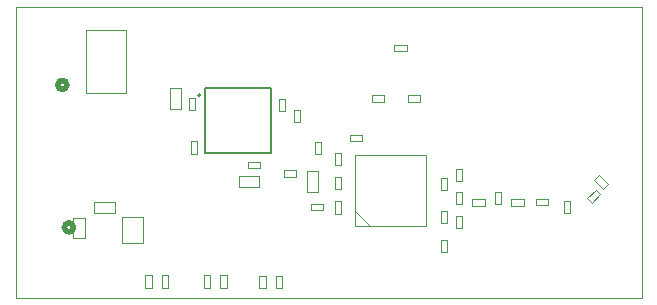
<source format=gbr>
%TF.GenerationSoftware,Altium Limited,Altium Designer,22.8.2 (66)*%
G04 Layer_Color=16711935*
%FSLAX45Y45*%
%MOMM*%
%TF.SameCoordinates,DE4C73A7-34E9-4613-BA68-141157798951*%
%TF.FilePolarity,Positive*%
%TF.FileFunction,Other,Mechanical_13*%
%TF.Part,Single*%
G01*
G75*
%TA.AperFunction,NonConductor*%
%ADD47C,0.50800*%
%ADD53C,0.20000*%
%ADD71C,0.10000*%
%ADD73C,0.02540*%
%ADD74C,0.12700*%
D47*
X3002620Y4349140D02*
G03*
X3002620Y4349140I-38100J0D01*
G01*
X3058160Y3143250D02*
G03*
X3058160Y3143250I-38100J0D01*
G01*
D53*
X4132725Y4262660D02*
G03*
X4132725Y4262660I-10000J0D01*
G01*
D71*
X5775523Y4636880D02*
X5878523D01*
X5775523Y4688880D02*
X5878523D01*
Y4636880D02*
Y4688880D01*
X5775523Y4636880D02*
Y4688880D01*
X4456560Y3483100D02*
X4631560D01*
X4456560Y3578100D02*
X4631560D01*
Y3483100D02*
Y3578100D01*
X4456560Y3483100D02*
Y3578100D01*
X5151720Y3766120D02*
Y3869120D01*
X5099720Y3766120D02*
Y3869120D01*
X5151720D01*
X5099720Y3766120D02*
X5151720D01*
X4839720Y3625180D02*
X4942720D01*
X4839720Y3573180D02*
X4942720D01*
X4839720D02*
Y3625180D01*
X4942720Y3573180D02*
Y3625180D01*
X5691300Y4206680D02*
Y4261680D01*
X5586300Y4206680D02*
Y4261680D01*
Y4206680D02*
X5691300D01*
X5586300Y4261680D02*
X5691300D01*
X5888560Y4206680D02*
Y4261680D01*
X5993560Y4206680D02*
Y4261680D01*
X5888560D02*
X5993560D01*
X5888560Y4206680D02*
X5993560D01*
X4828100Y2629740D02*
Y2734740D01*
X4773100Y2629740D02*
Y2734740D01*
X4828100D01*
X4773100Y2629740D02*
X4828100D01*
X6170100Y2934540D02*
X6225100D01*
X6170100Y3039540D02*
X6225100D01*
X6170100Y2934540D02*
Y3039540D01*
X6225100Y2934540D02*
Y3039540D01*
X6874900Y3325340D02*
Y3385340D01*
X6764900Y3325340D02*
Y3385340D01*
Y3325340D02*
X6874900D01*
X6764900Y3385340D02*
X6874900D01*
X6544700Y3325340D02*
Y3385340D01*
X6434700Y3325340D02*
Y3385340D01*
Y3325340D02*
X6544700D01*
X6434700Y3385340D02*
X6544700D01*
X4633400Y2629740D02*
X4688400D01*
X4633400Y2734740D02*
X4688400D01*
X4633400Y2629740D02*
Y2734740D01*
X4688400Y2629740D02*
Y2734740D01*
X5037580Y3617020D02*
X5132580D01*
X5037580Y3442020D02*
X5132580D01*
Y3617020D01*
X5037580Y3442020D02*
Y3617020D01*
X4973920Y4035360D02*
Y4138360D01*
X4921920Y4035360D02*
Y4138360D01*
X4973920D01*
X4921920Y4035360D02*
X4973920D01*
X4800000Y4126800D02*
Y4229800D01*
X4852000Y4126800D02*
Y4229800D01*
X4800000Y4126800D02*
X4852000D01*
X4800000Y4229800D02*
X4852000D01*
X4533200Y3644300D02*
X4636200D01*
X4533200Y3696300D02*
X4636200D01*
Y3644300D02*
Y3696300D01*
X4533200Y3644300D02*
Y3696300D01*
X5396800Y3875440D02*
X5499800D01*
X5396800Y3927440D02*
X5499800D01*
Y3875440D02*
Y3927440D01*
X5396800Y3875440D02*
Y3927440D01*
X6970700Y3381340D02*
X7073700D01*
X6970700Y3329340D02*
X7073700D01*
X6970700D02*
Y3381340D01*
X7073700Y3329340D02*
Y3381340D01*
X6628800Y3444940D02*
X6680800D01*
X6628800Y3341940D02*
X6680800D01*
Y3444940D01*
X6628800Y3341940D02*
Y3444940D01*
X6298600Y3445840D02*
X6350600D01*
X6298600Y3342840D02*
X6350600D01*
Y3445840D01*
X6298600Y3342840D02*
Y3445840D01*
Y3635440D02*
X6350600D01*
X6298600Y3532440D02*
X6350600D01*
Y3635440D01*
X6298600Y3532440D02*
Y3635440D01*
Y3138740D02*
Y3241740D01*
X6350600Y3138740D02*
Y3241740D01*
X6298600Y3138740D02*
X6350600D01*
X6298600Y3241740D02*
X6350600D01*
X6171600Y3559240D02*
X6223600D01*
X6171600Y3456240D02*
X6223600D01*
Y3559240D01*
X6171600Y3456240D02*
Y3559240D01*
Y3176840D02*
Y3279840D01*
X6223600Y3176840D02*
Y3279840D01*
X6171600Y3176840D02*
X6223600D01*
X6171600Y3279840D02*
X6223600D01*
X5269900Y3259840D02*
X5321900D01*
X5269900Y3362840D02*
X5321900D01*
X5269900Y3259840D02*
Y3362840D01*
X5321900Y3259840D02*
Y3362840D01*
X5066600Y3291240D02*
X5169600D01*
X5066600Y3343240D02*
X5169600D01*
Y3291240D02*
Y3343240D01*
X5066600Y3291240D02*
Y3343240D01*
X5269900Y3672140D02*
Y3775140D01*
X5321900Y3672140D02*
Y3775140D01*
X5269900Y3672140D02*
X5321900D01*
X5269900Y3775140D02*
X5321900D01*
X5269900Y3468940D02*
Y3571940D01*
X5321900Y3468940D02*
Y3571940D01*
X5269900Y3468940D02*
X5321900D01*
X5269900Y3571940D02*
X5321900D01*
X7505802Y3585624D02*
X7583584Y3507842D01*
X7463376Y3543198D02*
X7541158Y3465416D01*
X7463376Y3543198D02*
X7505802Y3585624D01*
X7541158Y3465416D02*
X7583584Y3507842D01*
X7483091Y3460941D02*
X7519861Y3424171D01*
X7410259Y3388109D02*
X7447029Y3351339D01*
X7519861Y3424171D01*
X7410259Y3388109D02*
X7483091Y3460941D01*
X7207920Y3265740D02*
X7259920D01*
X7207920Y3368740D02*
X7259920D01*
X7207920Y3265740D02*
Y3368740D01*
X7259920Y3265740D02*
Y3368740D01*
X4051740Y3767660D02*
X4106740D01*
X4051740Y3872660D02*
X4106740D01*
X4051740Y3767660D02*
Y3872660D01*
X4106740Y3767660D02*
Y3872660D01*
X3874260Y4144140D02*
X3969260D01*
X3874260Y4319140D02*
X3969260D01*
X3874260Y4144140D02*
Y4319140D01*
X3969260Y4144140D02*
Y4319140D01*
X4303200Y2632280D02*
X4358200D01*
X4303200Y2737280D02*
X4358200D01*
X4303200Y2632280D02*
Y2737280D01*
X4358200Y2632280D02*
Y2737280D01*
X3807900Y2632280D02*
X3862900D01*
X3807900Y2737280D02*
X3862900D01*
X3807900Y2632280D02*
Y2737280D01*
X3862900Y2632280D02*
Y2737280D01*
X3472180Y3014200D02*
X3651080D01*
X3472180Y3234200D02*
X3651080D01*
X3472180Y3014200D02*
Y3234200D01*
X3651080Y3014200D02*
Y3234200D01*
X4163500Y2632280D02*
X4218500D01*
X4163500Y2737280D02*
X4218500D01*
X4163500Y2632280D02*
Y2737280D01*
X4218500Y2632280D02*
Y2737280D01*
X3668200Y2632280D02*
X3723200D01*
X3668200Y2737280D02*
X3723200D01*
X3668200Y2632280D02*
Y2737280D01*
X3723200Y2632280D02*
Y2737280D01*
X4035460Y4139500D02*
Y4242500D01*
X4087460Y4139500D02*
Y4242500D01*
X4035460Y4139500D02*
X4087460D01*
X4035460Y4242500D02*
X4087460D01*
X3232280Y3264660D02*
Y3359660D01*
X3407280Y3264660D02*
Y3359660D01*
X3232280D02*
X3407280D01*
X3232280Y3264660D02*
X3407280D01*
X3058920Y3224400D02*
X3153920D01*
X3058920Y3049400D02*
X3153920D01*
Y3224400D01*
X3058920Y3049400D02*
Y3224400D01*
D73*
X5442000Y3158340D02*
X6042000D01*
X5442000D02*
Y3758340D01*
X6042000D01*
Y3158340D02*
Y3758340D01*
X5442000Y3285340D02*
X5569000Y3158340D01*
X3167380Y4283710D02*
X3502660D01*
X3167380D02*
Y4814570D01*
X3502660D01*
Y4283710D02*
Y4814570D01*
X2570480Y2548890D02*
X7868920D01*
Y5007610D01*
X2570480D02*
X7868920D01*
X2570480Y2548890D02*
Y5007610D01*
D74*
X4174725Y3769660D02*
X4730725D01*
Y4325660D01*
X4174725D02*
X4730725D01*
X4174725Y3769660D02*
Y4325660D01*
%TF.MD5,0bd3169cbc75c20a3177b5d2db8f1321*%
M02*

</source>
